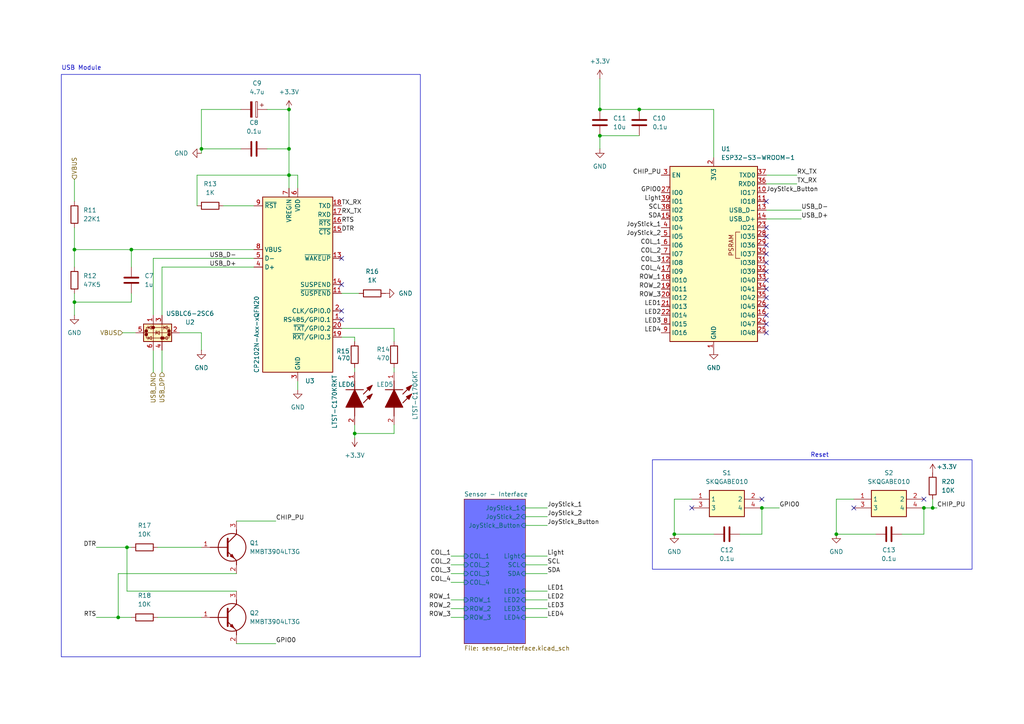
<source format=kicad_sch>
(kicad_sch (version 20250114) (generator "eeschema") (generator_version "9.0")
  (paper "A4")
  (title_block (title "Media-Macroboard - ESP32"))
  (lib_symbols
    (symbol "Device:C" (pin_numbers (hide yes)) (pin_names (offset 0.254))
      (property "Reference" "C" (at 0.635 2.54 0))
      (property "Value" "C" (at 0.635 -2.54 0))
      (symbol "C_0_1"
        (polyline (pts (xy -2.032 0.762) (xy 2.032 0.762)) (stroke (width 0.508)))
        (polyline (pts (xy -2.032 -0.762) (xy 2.032 -0.762)) (stroke (width 0.508)))
      )
      (symbol "C_1_1"
        (pin passive line (at 0 3.81 270) (length 2.794) (name "~") (number "1"))
        (pin passive line (at 0 -3.81 90) (length 2.794) (name "~") (number "2"))
      )
    )
    (symbol "Device:C_Polarized" (pin_numbers (hide yes)) (pin_names (offset 0.254))
      (property "Reference" "C" (at 0.635 2.54 0))
      (property "Value" "C_Polarized" (at 0.635 -2.54 0))
      (symbol "C_Polarized_0_1"
        (rectangle (start -2.286 0.508) (end 2.286 1.016))
        (polyline (pts (xy -1.778 2.286) (xy -0.762 2.286)))
        (polyline (pts (xy -1.27 2.794) (xy -1.27 1.778)))
        (rectangle (start 2.286 -0.508) (end -2.286 -1.016) (fill (type outline)))
      )
      (symbol "C_Polarized_1_1"
        (pin passive line (at 0 3.81 270) (length 2.794) (name "~") (number "1"))
        (pin passive line (at 0 -3.81 90) (length 2.794) (name "~") (number "2"))
      )
    )
    (symbol "Device:R" (pin_numbers (hide yes)) (pin_names (offset 0))
      (property "Reference" "R" (at 2.032 0 90))
      (property "Value" "R" (at 0 0 90))
      (symbol "R_0_1"
        (rectangle (start -1.016 -2.54) (end 1.016 2.54) (stroke (width 0.254)))
      )
      (symbol "R_1_1"
        (pin passive line (at 0 3.81 270) (length 1.27) (name "~") (number "1"))
        (pin passive line (at 0 -3.81 90) (length 1.27) (name "~") (number "2"))
      )
    )
    (symbol "Interface_USB:CP2102N-Axx-xQFN20"
      (property "Reference" "U" (at -8.89 26.67 0))
      (property "Value" "CP2102N-Axx-xQFN20" (at 12.7 26.67 0))
      (symbol "CP2102N-Axx-xQFN20_0_1"
        (rectangle (start -10.16 25.4) (end 10.16 -25.4) (stroke (width 0.254)) (fill (type background)))
      )
      (symbol "CP2102N-Axx-xQFN20_1_1"
        (pin input line (at -12.7 22.86 0) (length 2.54) (name "~{RST}") (number "9"))
        (pin input line (at -12.7 10.16 0) (length 2.54) (name "VBUS") (number "8"))
        (pin bidirectional line (at -12.7 7.62 0) (length 2.54) (name "D-") (number "5"))
        (pin bidirectional line (at -12.7 5.08 0) (length 2.54) (name "D+") (number "4"))
        (pin no_connect line (at -10.16 -22.86 0) (length 2.54) (hide yes) (name "NC") (number "10"))
        (pin power_in line (at -2.54 27.94 270) (length 2.54) (name "VREGIN") (number "7"))
        (pin power_in line (at 0 27.94 270) (length 2.54) (name "VDD") (number "6"))
        (pin passive line (at 0 -27.94 90) (length 2.54) (hide yes) (name "GND") (number "12"))
        (pin passive line (at 0 -27.94 90) (length 2.54) (hide yes) (name "GND") (number "21"))
        (pin power_in line (at 0 -27.94 90) (length 2.54) (name "GND") (number "3"))
        (pin output line (at 12.7 22.86 180) (length 2.54) (name "TXD") (number "18"))
        (pin input line (at 12.7 20.32 180) (length 2.54) (name "RXD") (number "17"))
        (pin output line (at 12.7 17.78 180) (length 2.54) (name "~{RTS}") (number "16"))
        (pin input line (at 12.7 15.24 180) (length 2.54) (name "~{CTS}") (number "15"))
        (pin input line (at 12.7 7.62 180) (length 2.54) (name "~{WAKEUP}") (number "13"))
        (pin output line (at 12.7 0 180) (length 2.54) (name "SUSPEND") (number "14"))
        (pin output line (at 12.7 -2.54 180) (length 2.54) (name "~{SUSPEND}") (number "11"))
        (pin bidirectional line (at 12.7 -7.62 180) (length 2.54) (name "CLK/GPIO.0") (number "2"))
        (pin bidirectional line (at 12.7 -10.16 180) (length 2.54) (name "RS485/GPIO.1") (number "1"))
        (pin bidirectional line (at 12.7 -12.7 180) (length 2.54) (name "~{TXT}/GPIO.2") (number "20"))
        (pin bidirectional line (at 12.7 -15.24 180) (length 2.54) (name "~{RXT}/GPIO.3") (number "19"))
      )
    )
    (symbol "LTST-C170GKT:LTST-C170GKT" (pin_names (hide yes))
      (property "Reference" "LED" (at 12.7 8.89 0))
      (property "Value" "LTST-C170GKT" (at 12.7 6.35 0))
      (symbol "LTST-C170GKT_1_1"
        (polyline (pts (xy 2.54 0) (xy 5.08 0)) (stroke (width 0.254)))
        (polyline (pts (xy 5.08 2.54) (xy 5.08 -2.54)) (stroke (width 0.254)))
        (polyline (pts (xy 5.08 0) (xy 10.16 2.54) (xy 10.16 -2.54) (xy 5.08 0)) (stroke (width 0.254)) (fill (type outline)))
        (polyline (pts (xy 5.334 4.318) (xy 4.572 3.556) (xy 3.81 5.08) (xy 5.334 4.318)) (stroke (width 0.254)) (fill (type outline)))
        (polyline (pts (xy 6.35 2.54) (xy 3.81 5.08)) (stroke (width 0.254)))
        (polyline (pts (xy 7.874 4.318) (xy 7.112 3.556) (xy 6.35 5.08) (xy 7.874 4.318)) (stroke (width 0.254)) (fill (type outline)))
        (polyline (pts (xy 8.89 2.54) (xy 6.35 5.08)) (stroke (width 0.254)))
        (polyline (pts (xy 10.16 0) (xy 12.7 0)) (stroke (width 0.254)))
        (pin passive line (at 0 0 0) (length 2.54) (name "K") (number "1"))
        (pin passive line (at 15.24 0 180) (length 2.54) (name "A") (number "2"))
      )
    )
    (symbol "LTST-C170KRKT:LTST-C170KRKT" (pin_names (hide yes))
      (property "Reference" "LED" (at 12.7 8.89 0))
      (property "Value" "LTST-C170KRKT" (at 12.7 6.35 0))
      (symbol "LTST-C170KRKT_1_1"
        (polyline (pts (xy 2.54 0) (xy 5.08 0)) (stroke (width 0.254)))
        (polyline (pts (xy 5.08 2.54) (xy 5.08 -2.54)) (stroke (width 0.254)))
        (polyline (pts (xy 5.08 0) (xy 10.16 2.54) (xy 10.16 -2.54) (xy 5.08 0)) (stroke (width 0.254)) (fill (type outline)))
        (polyline (pts (xy 5.334 4.318) (xy 4.572 3.556) (xy 3.81 5.08) (xy 5.334 4.318)) (stroke (width 0.254)) (fill (type outline)))
        (polyline (pts (xy 6.35 2.54) (xy 3.81 5.08)) (stroke (width 0.254)))
        (polyline (pts (xy 7.874 4.318) (xy 7.112 3.556) (xy 6.35 5.08) (xy 7.874 4.318)) (stroke (width 0.254)) (fill (type outline)))
        (polyline (pts (xy 8.89 2.54) (xy 6.35 5.08)) (stroke (width 0.254)))
        (polyline (pts (xy 10.16 0) (xy 12.7 0)) (stroke (width 0.254)))
        (pin passive line (at 0 0 0) (length 2.54) (name "K") (number "1"))
        (pin passive line (at 15.24 0 180) (length 2.54) (name "A") (number "2"))
      )
    )
    (symbol "MMBT3904LT3G:MMBT3904LT3G" (pin_names (hide yes))
      (property "Reference" "Q" (at 13.97 1.27 0))
      (property "Value" "MMBT3904LT3G" (at 13.97 -1.27 0))
      (symbol "MMBT3904LT3G_1_1"
        (polyline (pts (xy 2.54 0) (xy 7.62 0)) (stroke (width 0.254)))
        (polyline (pts (xy 7.62 2.54) (xy 7.62 -2.54)) (stroke (width 0.508)))
        (polyline (pts (xy 7.62 1.27) (xy 10.16 3.81)) (stroke (width 0.254)))
        (polyline (pts (xy 7.62 -1.27) (xy 10.16 -3.81)) (stroke (width 0.254)))
        (polyline (pts (xy 8.382 -2.54) (xy 8.89 -2.032) (xy 9.398 -3.048) (xy 8.382 -2.54)) (stroke (width 0.254)) (fill (type outline)))
        (circle (center 8.89 0) (radius 4.016) (stroke (width 0.254)))
        (polyline (pts (xy 10.16 3.81) (xy 10.16 5.08)) (stroke (width 0.254)))
        (polyline (pts (xy 10.16 -3.81) (xy 10.16 -5.08)) (stroke (width 0.254)))
        (pin passive line (at 0 0 0) (length 2.54) (name "B") (number "1"))
        (pin passive line (at 10.16 7.62 270) (length 2.54) (name "C") (number "3"))
        (pin passive line (at 10.16 -7.62 90) (length 2.54) (name "E") (number "2"))
      )
    )
    (symbol "Power_Protection:USBLC6-2SC6" (pin_names (hide yes))
      (property "Reference" "U" (at 0.635 5.715 0))
      (property "Value" "USBLC6-2SC6" (at 0.635 3.81 0))
      (symbol "USBLC6-2SC6_0_0"
        (circle (center -1.524 0) (radius 0.0001) (stroke (width 0.508)))
        (circle (center -0.508 2.032) (radius 0.0001) (stroke (width 0.508)))
        (circle (center -0.508 -4.572) (radius 0.0001) (stroke (width 0.508)))
        (circle (center 0.508 2.032) (radius 0.0001) (stroke (width 0.508)))
        (circle (center 0.508 -4.572) (radius 0.0001) (stroke (width 0.508)))
        (circle (center 1.524 -2.54) (radius 0.0001) (stroke (width 0.508)))
      )
      (symbol "USBLC6-2SC6_0_1"
        (polyline (pts (xy -2.54 0) (xy 2.54 0)))
        (polyline (pts (xy -2.54 -2.54) (xy 2.54 -2.54)))
        (polyline (pts (xy -2.032 0.508) (xy -1.016 0.508) (xy -1.524 1.524) (xy -2.032 0.508)))
        (polyline (pts (xy -2.032 -3.048) (xy -1.016 -3.048)))
        (polyline (pts (xy -1.016 1.524) (xy -2.032 1.524)))
        (polyline (pts (xy -1.016 -4.064) (xy -2.032 -4.064) (xy -1.524 -3.048) (xy -1.016 -4.064)))
        (polyline (pts (xy -0.508 -1.143) (xy -0.508 -0.762) (xy 0.508 -0.762)))
        (polyline (pts (xy 0 2.54) (xy -0.508 2.032) (xy 0.508 2.032) (xy 0 1.524) (xy 0 -4.064) (xy -0.508 -4.572) (xy 0.508 -4.572) (xy 0 -5.08)))
        (polyline (pts (xy 0.508 -1.778) (xy -0.508 -1.778) (xy 0 -0.762) (xy 0.508 -1.778)))
        (polyline (pts (xy 1.016 1.524) (xy 2.032 1.524)))
        (polyline (pts (xy 1.016 -3.048) (xy 2.032 -3.048)))
        (polyline (pts (xy 2.032 0.508) (xy 1.016 0.508) (xy 1.524 1.524) (xy 2.032 0.508)))
        (polyline (pts (xy 2.032 -4.064) (xy 1.016 -4.064) (xy 1.524 -3.048) (xy 2.032 -4.064)))
      )
      (symbol "USBLC6-2SC6_1_1"
        (rectangle (start -2.54 2.794) (end 2.54 -5.334) (stroke (width 0.254)) (fill (type background)))
        (polyline (pts (xy -0.508 2.032) (xy -1.524 2.032) (xy -1.524 -4.572) (xy -0.508 -4.572)))
        (polyline (pts (xy 0.508 -4.572) (xy 1.524 -4.572) (xy 1.524 2.032) (xy 0.508 2.032)))
        (pin passive line (at -5.08 0 0) (length 2.54) (name "I/O1") (number "1"))
        (pin passive line (at -5.08 -2.54 0) (length 2.54) (name "I/O2") (number "3"))
        (pin passive line (at 0 5.08 270) (length 2.54) (name "VBUS") (number "5"))
        (pin passive line (at 0 -7.62 90) (length 2.54) (name "GND") (number "2"))
        (pin passive line (at 5.08 0 180) (length 2.54) (name "I/O1") (number "6"))
        (pin passive line (at 5.08 -2.54 180) (length 2.54) (name "I/O2") (number "4"))
      )
    )
    (symbol "RF_Module:ESP32-S3-WROOM-1"
      (property "Reference" "U" (at -12.7 26.67 0))
      (property "Value" "ESP32-S3-WROOM-1" (at 12.7 26.67 0))
      (symbol "ESP32-S3-WROOM-1_0_0"
        (rectangle (start -12.7 25.4) (end 12.7 -25.4) (stroke (width 0.254)) (fill (type background)))
        (text "PSRAM" (at 5.08 2.54 900) (effects (font (size 1.27 1.27))))
      )
      (symbol "ESP32-S3-WROOM-1_0_1"
        (polyline (pts (xy 7.62 -1.27) (xy 6.35 -1.27) (xy 6.35 6.35) (xy 7.62 6.35)))
      )
      (symbol "ESP32-S3-WROOM-1_1_1"
        (pin input line (at -15.24 22.86 0) (length 2.54) (name "EN") (number "3"))
        (pin bidirectional line (at -15.24 17.78 0) (length 2.54) (name "IO0") (number "27"))
        (pin bidirectional line (at -15.24 15.24 0) (length 2.54) (name "IO1") (number "39"))
        (pin bidirectional line (at -15.24 12.7 0) (length 2.54) (name "IO2") (number "38"))
        (pin bidirectional line (at -15.24 10.16 0) (length 2.54) (name "IO3") (number "15"))
        (pin bidirectional line (at -15.24 7.62 0) (length 2.54) (name "IO4") (number "4"))
        (pin bidirectional line (at -15.24 5.08 0) (length 2.54) (name "IO5") (number "5"))
        (pin bidirectional line (at -15.24 2.54 0) (length 2.54) (name "IO6") (number "6"))
        (pin bidirectional line (at -15.24 0 0) (length 2.54) (name "IO7") (number "7"))
        (pin bidirectional line (at -15.24 -2.54 0) (length 2.54) (name "IO8") (number "12"))
        (pin bidirectional line (at -15.24 -5.08 0) (length 2.54) (name "IO9") (number "17"))
        (pin bidirectional line (at -15.24 -7.62 0) (length 2.54) (name "IO10") (number "18"))
        (pin bidirectional line (at -15.24 -10.16 0) (length 2.54) (name "IO11") (number "19"))
        (pin bidirectional line (at -15.24 -12.7 0) (length 2.54) (name "IO12") (number "20"))
        (pin bidirectional line (at -15.24 -15.24 0) (length 2.54) (name "IO13") (number "21"))
        (pin bidirectional line (at -15.24 -17.78 0) (length 2.54) (name "IO14") (number "22"))
        (pin bidirectional line (at -15.24 -20.32 0) (length 2.54) (name "IO15") (number "8"))
        (pin bidirectional line (at -15.24 -22.86 0) (length 2.54) (name "IO16") (number "9"))
        (pin power_in line (at 0 27.94 270) (length 2.54) (name "3V3") (number "2"))
        (pin power_in line (at 0 -27.94 90) (length 2.54) (name "GND") (number "1"))
        (pin passive line (at 0 -27.94 90) (length 2.54) (hide yes) (name "GND") (number "40"))
        (pin passive line (at 0 -27.94 90) (length 2.54) (hide yes) (name "GND") (number "41"))
        (pin bidirectional line (at 15.24 22.86 180) (length 2.54) (name "TXD0") (number "37"))
        (pin bidirectional line (at 15.24 20.32 180) (length 2.54) (name "RXD0") (number "36"))
        (pin bidirectional line (at 15.24 17.78 180) (length 2.54) (name "IO17") (number "10"))
        (pin bidirectional line (at 15.24 15.24 180) (length 2.54) (name "IO18") (number "11"))
        (pin bidirectional line (at 15.24 12.7 180) (length 2.54) (name "USB_D-") (number "13"))
        (pin bidirectional line (at 15.24 10.16 180) (length 2.54) (name "USB_D+") (number "14"))
        (pin bidirectional line (at 15.24 7.62 180) (length 2.54) (name "IO21") (number "23"))
        (pin bidirectional line (at 15.24 5.08 180) (length 2.54) (name "IO35") (number "28"))
        (pin bidirectional line (at 15.24 2.54 180) (length 2.54) (name "IO36") (number "29"))
        (pin bidirectional line (at 15.24 0 180) (length 2.54) (name "IO37") (number "30"))
        (pin bidirectional line (at 15.24 -2.54 180) (length 2.54) (name "IO38") (number "31"))
        (pin bidirectional line (at 15.24 -5.08 180) (length 2.54) (name "IO39") (number "32"))
        (pin bidirectional line (at 15.24 -7.62 180) (length 2.54) (name "IO40") (number "33"))
        (pin bidirectional line (at 15.24 -10.16 180) (length 2.54) (name "IO41") (number "34"))
        (pin bidirectional line (at 15.24 -12.7 180) (length 2.54) (name "IO42") (number "35"))
        (pin bidirectional line (at 15.24 -15.24 180) (length 2.54) (name "IO45") (number "26"))
        (pin bidirectional line (at 15.24 -17.78 180) (length 2.54) (name "IO46") (number "16"))
        (pin bidirectional line (at 15.24 -20.32 180) (length 2.54) (name "IO47") (number "24"))
        (pin bidirectional line (at 15.24 -22.86 180) (length 2.54) (name "IO48") (number "25"))
      )
    )
    (symbol "SKQGABE010:SKQGABE010"
      (property "Reference" "S" (at 16.51 7.62 0))
      (property "Value" "SKQGABE010" (at 16.51 5.08 0))
      (symbol "SKQGABE010_1_1"
        (rectangle (start 5.08 2.54) (end 15.24 -5.08) (stroke (width 0.254)) (fill (type background)))
        (pin passive line (at 0 0 0) (length 5.08) (name "1") (number "1"))
        (pin passive line (at 0 -2.54 0) (length 5.08) (name "3") (number "3"))
        (pin passive line (at 20.32 0 180) (length 5.08) (name "2") (number "2"))
        (pin passive line (at 20.32 -2.54 180) (length 5.08) (name "4") (number "4"))
      )
    )
    (symbol "power:+3.3V" (power) (pin_numbers (hide yes)) (pin_names (offset 0) (hide yes))
      (property "Value" "+3.3V" (at 0 3.556 0))
      (symbol "+3.3V_0_1"
        (polyline (pts (xy -0.762 1.27) (xy 0 2.54)))
        (polyline (pts (xy 0 2.54) (xy 0.762 1.27)))
        (polyline (pts (xy 0 0) (xy 0 2.54)))
      )
      (symbol "+3.3V_1_1"
        (pin power_in line (at 0 0 90) (length 0) (name "~") (number "1"))
      )
    )
    (symbol "power:GND" (power) (pin_numbers (hide yes)) (pin_names (offset 0) (hide yes))
      (property "Value" "GND" (at 0 -3.81 0))
      (symbol "GND_0_1"
        (polyline (pts (xy 0 0) (xy 0 -1.27) (xy 1.27 -1.27) (xy 0 -2.54) (xy -1.27 -1.27) (xy 0 -1.27)))
      )
      (symbol "GND_1_1"
        (pin power_in line (at 0 0 270) (length 0) (name "~") (number "1"))
      )
    )
  )
  (rectangle (start 17.78 21.59) (end 121.92 190.5))
  (rectangle (start 189.23 133.35) (end 281.94 165.1))
  (text "Reset" (at 237.744 132.08 0) (effects (font (size 1.27 1.27))))
  (text "USB Module\n" (at 23.622 19.812 0) (effects (font (size 1.27 1.27))))
  (junction (at 36.83 158.75))
  (junction (at 267.97 147.32))
  (junction (at 173.99 39.37))
  (junction (at 58.42 43.18))
  (junction (at 38.1 72.39))
  (junction (at 102.87 125.73))
  (junction (at 242.57 154.94))
  (junction (at 185.42 31.75))
  (junction (at 220.98 147.32))
  (junction (at 270.51 147.32))
  (junction (at 83.82 43.18))
  (junction (at 34.29 179.07))
  (junction (at 195.58 154.94))
  (junction (at 21.59 87.63))
  (junction (at 21.59 72.39))
  (junction (at 173.99 31.75))
  (junction (at 83.82 50.8))
  (junction (at 83.82 31.75))
  (no_connect (at 267.97 144.78))
  (no_connect (at 99.06 90.17))
  (no_connect (at 99.06 82.55))
  (no_connect (at 222.25 81.28))
  (no_connect (at 222.25 96.52))
  (no_connect (at 222.25 66.04))
  (no_connect (at 222.25 73.66))
  (no_connect (at 222.25 58.42))
  (no_connect (at 222.25 71.12))
  (no_connect (at 222.25 76.2))
  (no_connect (at 99.06 92.71))
  (no_connect (at 222.25 68.58))
  (no_connect (at 222.25 93.98))
  (no_connect (at 220.98 144.78))
  (no_connect (at 247.65 147.32))
  (no_connect (at 99.06 74.93))
  (no_connect (at 222.25 83.82))
  (no_connect (at 222.25 78.74))
  (no_connect (at 222.25 86.36))
  (no_connect (at 222.25 91.44))
  (no_connect (at 222.25 88.9))
  (no_connect (at 200.66 147.32))
  (wire (pts (xy 57.15 59.69) (xy 57.15 50.8)))
  (wire (pts (xy 242.57 154.94) (xy 254 154.94)))
  (wire (pts (xy 64.77 59.69) (xy 73.66 59.69)))
  (wire (pts (xy 36.83 171.45) (xy 36.83 158.75)))
  (wire (pts (xy 38.1 87.63) (xy 21.59 87.63)))
  (wire (pts (xy 46.99 77.47) (xy 73.66 77.47)))
  (wire (pts (xy 99.06 97.79) (xy 102.87 97.79)))
  (wire (pts (xy 195.58 154.94) (xy 207.01 154.94)))
  (wire (pts (xy 21.59 66.04) (xy 21.59 72.39)))
  (wire (pts (xy 130.81 168.91) (xy 134.62 168.91)))
  (wire (pts (xy 38.1 72.39) (xy 38.1 77.47)))
  (wire (pts (xy 44.45 74.93) (xy 73.66 74.93)))
  (wire (pts (xy 152.4 179.07) (xy 158.75 179.07)))
  (wire (pts (xy 152.4 152.4) (xy 158.75 152.4)))
  (wire (pts (xy 207.01 31.75) (xy 185.42 31.75)))
  (wire (pts (xy 44.45 91.44) (xy 44.45 74.93)))
  (wire (pts (xy 152.4 149.86) (xy 158.75 149.86)))
  (wire (pts (xy 69.85 31.75) (xy 58.42 31.75)))
  (wire (pts (xy 83.82 31.75) (xy 83.82 43.18)))
  (wire (pts (xy 222.25 53.34) (xy 231.14 53.34)))
  (wire (pts (xy 68.58 171.45) (xy 36.83 171.45)))
  (wire (pts (xy 35.56 96.52) (xy 39.37 96.52)))
  (wire (pts (xy 220.98 147.32) (xy 220.98 154.94)))
  (wire (pts (xy 86.36 50.8) (xy 83.82 50.8)))
  (wire (pts (xy 114.3 125.73) (xy 102.87 125.73)))
  (wire (pts (xy 173.99 22.86) (xy 173.99 31.75)))
  (wire (pts (xy 130.81 161.29) (xy 134.62 161.29)))
  (wire (pts (xy 267.97 154.94) (xy 261.62 154.94)))
  (wire (pts (xy 46.99 91.44) (xy 46.99 77.47)))
  (wire (pts (xy 102.87 106.68) (xy 102.87 107.95)))
  (wire (pts (xy 152.4 163.83) (xy 158.75 163.83)))
  (wire (pts (xy 86.36 110.49) (xy 86.36 113.03)))
  (wire (pts (xy 130.81 176.53) (xy 134.62 176.53)))
  (wire (pts (xy 77.47 31.75) (xy 83.82 31.75)))
  (wire (pts (xy 83.82 50.8) (xy 83.82 54.61)))
  (wire (pts (xy 102.87 123.19) (xy 102.87 125.73)))
  (wire (pts (xy 152.4 171.45) (xy 158.75 171.45)))
  (wire (pts (xy 242.57 144.78) (xy 247.65 144.78)))
  (wire (pts (xy 270.51 144.78) (xy 270.51 147.32)))
  (wire (pts (xy 267.97 147.32) (xy 267.97 154.94)))
  (wire (pts (xy 77.47 43.18) (xy 83.82 43.18)))
  (wire (pts (xy 207.01 45.72) (xy 207.01 31.75)))
  (wire (pts (xy 21.59 72.39) (xy 21.59 77.47)))
  (wire (pts (xy 86.36 54.61) (xy 86.36 50.8)))
  (wire (pts (xy 267.97 147.32) (xy 270.51 147.32)))
  (wire (pts (xy 68.58 151.13) (xy 80.01 151.13)))
  (wire (pts (xy 114.3 123.19) (xy 114.3 125.73)))
  (wire (pts (xy 114.3 106.68) (xy 114.3 107.95)))
  (wire (pts (xy 152.4 166.37) (xy 158.75 166.37)))
  (wire (pts (xy 99.06 85.09) (xy 104.14 85.09)))
  (wire (pts (xy 46.99 101.6) (xy 46.99 107.95)))
  (wire (pts (xy 45.72 158.75) (xy 58.42 158.75)))
  (wire (pts (xy 152.4 161.29) (xy 158.75 161.29)))
  (wire (pts (xy 222.25 63.5) (xy 232.41 63.5)))
  (wire (pts (xy 21.59 72.39) (xy 38.1 72.39)))
  (wire (pts (xy 195.58 144.78) (xy 200.66 144.78)))
  (wire (pts (xy 44.45 101.6) (xy 44.45 107.95)))
  (wire (pts (xy 83.82 43.18) (xy 83.82 50.8)))
  (wire (pts (xy 34.29 166.37) (xy 34.29 179.07)))
  (wire (pts (xy 102.87 125.73) (xy 102.87 127)))
  (wire (pts (xy 185.42 39.37) (xy 173.99 39.37)))
  (wire (pts (xy 68.58 166.37) (xy 34.29 166.37)))
  (wire (pts (xy 102.87 97.79) (xy 102.87 99.06)))
  (wire (pts (xy 36.83 158.75) (xy 38.1 158.75)))
  (wire (pts (xy 58.42 43.18) (xy 58.42 44.45)))
  (wire (pts (xy 130.81 163.83) (xy 134.62 163.83)))
  (wire (pts (xy 152.4 173.99) (xy 158.75 173.99)))
  (wire (pts (xy 152.4 147.32) (xy 158.75 147.32)))
  (wire (pts (xy 34.29 179.07) (xy 38.1 179.07)))
  (wire (pts (xy 68.58 186.69) (xy 80.01 186.69)))
  (wire (pts (xy 220.98 147.32) (xy 226.06 147.32)))
  (wire (pts (xy 27.94 179.07) (xy 34.29 179.07)))
  (wire (pts (xy 114.3 95.25) (xy 114.3 99.06)))
  (wire (pts (xy 21.59 91.44) (xy 21.59 87.63)))
  (wire (pts (xy 21.59 87.63) (xy 21.59 85.09)))
  (wire (pts (xy 130.81 166.37) (xy 134.62 166.37)))
  (wire (pts (xy 152.4 176.53) (xy 158.75 176.53)))
  (wire (pts (xy 130.81 173.99) (xy 134.62 173.99)))
  (wire (pts (xy 222.25 50.8) (xy 231.14 50.8)))
  (wire (pts (xy 130.81 179.07) (xy 134.62 179.07)))
  (wire (pts (xy 99.06 95.25) (xy 114.3 95.25)))
  (wire (pts (xy 270.51 147.32) (xy 271.78 147.32)))
  (wire (pts (xy 195.58 154.94) (xy 195.58 144.78)))
  (wire (pts (xy 21.59 52.07) (xy 21.59 58.42)))
  (wire (pts (xy 38.1 72.39) (xy 73.66 72.39)))
  (wire (pts (xy 242.57 154.94) (xy 242.57 144.78)))
  (wire (pts (xy 27.94 158.75) (xy 36.83 158.75)))
  (wire (pts (xy 220.98 154.94) (xy 214.63 154.94)))
  (wire (pts (xy 173.99 31.75) (xy 185.42 31.75)))
  (wire (pts (xy 69.85 43.18) (xy 58.42 43.18)))
  (wire (pts (xy 222.25 60.96) (xy 232.41 60.96)))
  (wire (pts (xy 173.99 39.37) (xy 173.99 43.18)))
  (wire (pts (xy 38.1 85.09) (xy 38.1 87.63)))
  (wire (pts (xy 57.15 50.8) (xy 83.82 50.8)))
  (wire (pts (xy 45.72 179.07) (xy 58.42 179.07)))
  (wire (pts (xy 52.07 96.52) (xy 58.42 96.52)))
  (wire (pts (xy 58.42 96.52) (xy 58.42 101.6)))
  (wire (pts (xy 58.42 31.75) (xy 58.42 43.18)))
  (label "ROW_2" (at 130.81 176.53 180))
  (label "JoyStick_2" (at 158.75 149.86 0))
  (label "TX_RX" (at 99.06 59.69 0))
  (label "RTS" (at 99.06 64.77 0))
  (label "LED3" (at 191.77 93.98 180))
  (label "ROW_3" (at 191.77 86.36 180))
  (label "COL_2" (at 191.77 73.66 180))
  (label "COL_1" (at 191.77 71.12 180))
  (label "GPIO0" (at 226.06 147.32 0))
  (label "ROW_3" (at 130.81 179.07 180))
  (label "COL_4" (at 130.81 168.91 180))
  (label "Light" (at 191.77 58.42 180))
  (label "CHIP_PU" (at 80.01 151.13 0))
  (label "DTR" (at 99.06 67.31 0))
  (label "LED1" (at 191.77 88.9 180))
  (label "COL_3" (at 130.81 166.37 180))
  (label "LED3" (at 158.75 176.53 0))
  (label "RTS" (at 27.94 179.07 180))
  (label "RX_TX" (at 231.14 50.8 0))
  (label "CHIP_PU" (at 191.77 50.8 180))
  (label "COL_4" (at 191.77 78.74 180))
  (label "LED1" (at 158.75 171.45 0))
  (label "SDA" (at 191.77 63.5 180))
  (label "USB_D-" (at 68.58 74.93 180))
  (label "SCL" (at 191.77 60.96 180))
  (label "JoyStick_Button" (at 158.75 152.4 0))
  (label "LED4" (at 158.75 179.07 0))
  (label "ROW_1" (at 191.77 81.28 180))
  (label "CHIP_PU" (at 271.78 147.32 0))
  (label "USB_D+" (at 68.58 77.47 180))
  (label "JoyStick_1" (at 191.77 66.04 180))
  (label "SDA" (at 158.75 166.37 0))
  (label "JoyStick_2" (at 191.77 68.58 180))
  (label "Light" (at 158.75 161.29 0))
  (label "JoyStick_1" (at 158.75 147.32 0))
  (label "JoyStick_Button" (at 222.25 55.88 0))
  (label "LED2" (at 158.75 173.99 0))
  (label "SCL" (at 158.75 163.83 0))
  (label "GPIO0" (at 80.01 186.69 0))
  (label "ROW_1" (at 130.81 173.99 180))
  (label "GPIO0" (at 191.77 55.88 180))
  (label "USB_D-" (at 232.41 60.96 0))
  (label "COL_3" (at 191.77 76.2 180))
  (label "COL_1" (at 130.81 161.29 180))
  (label "DTR" (at 27.94 158.75 180))
  (label "ROW_2" (at 191.77 83.82 180))
  (label "TX_RX" (at 231.14 53.34 0))
  (label "USB_D+" (at 232.41 63.5 0))
  (label "LED4" (at 191.77 96.52 180))
  (label "COL_2" (at 130.81 163.83 180))
  (label "LED2" (at 191.77 91.44 180))
  (label "RX_TX" (at 99.06 62.23 0))
  (hierarchical_label "USB_DP" (shape input) (at 46.99 107.95 270))
  (hierarchical_label "USB_DN" (shape input) (at 44.45 107.95 270))
  (hierarchical_label "VBUS" (shape input) (at 35.56 96.52 180))
  (hierarchical_label "VBUS" (shape input) (at 21.59 52.07 90))
  (symbol (lib_id "Device:C") (at 38.1 81.28 0) (unit 1)
    (property "Reference" "C7" (at 41.91 80.0099 0) (effects (justify left)))
    (property "Value" "1u" (at 41.91 82.5499 0) (effects (justify left)))
    (property "Footprint" "Capacitor_SMD:C_0805_2012Metric_Pad1.18x1.45mm_HandSolder" (effects (hide yes)))
    (property "Description" "Unpolarized capacitor" (effects (hide yes)))
  )
  (symbol (lib_id "Device:C") (at 257.81 154.94 270) (unit 1)
    (property "Reference" "C13" (at 257.81 159.512 90))
    (property "Value" "0.1u" (at 257.81 162.052 90))
    (property "Footprint" "Capacitor_SMD:C_0805_2012Metric_Pad1.18x1.45mm_HandSolder" (effects (hide yes)))
    (property "Description" "Unpolarized capacitor" (effects (hide yes)))
  )
  (symbol (lib_id "Device:C") (at 173.99 35.56 0) (unit 1)
    (property "Reference" "C11" (at 177.8 34.2899 0) (effects (justify left)))
    (property "Value" "10u" (at 177.8 36.8299 0) (effects (justify left)))
    (property "Footprint" "Capacitor_SMD:C_0805_2012Metric_Pad1.18x1.45mm_HandSolder" (effects (hide yes)))
    (property "Description" "Unpolarized capacitor" (effects (hide yes)))
  )
  (symbol (lib_id "power:GND") (at 21.59 91.44 0) (unit 1)
    (property "Reference" "#PWR019" (effects (hide yes)))
    (property "Value" "GND" (at 21.59 96.52 0))
    (property "Description" "Power symbol creates a global label with name \"GND\" , ground" (effects (hide yes)))
  )
  (symbol (lib_id "LTST-C170GKT:LTST-C170GKT") (at 114.3 107.95 270) (unit 1)
    (property "Reference" "LED5" (at 109.22 111.506 90) (effects (justify left)))
    (property "Value" "LTST-C170GKT" (at 120.396 107.442 0) (effects (justify left)))
    (property "Footprint" "Footprints:LEDC2012X120N" (effects (hide yes)))
    (property "Datasheet" "https://mm.digikey.com/Volume0/opasdata/d220001/medias/docus/895/LTST-C170GKT.pdf" (effects (hide yes)))
    (property "Description" "LED,SMD,0805,Green,6mcd,130deg Lite-On LTST-C170GKT, CHIPLED 0805 Series Green LED, 569 nm 2012 (0805), Rectangle Lens SMD package" (effects (hide yes)))
    (property "Height" "1.2" (effects (hide yes)))
    (property "Mouser Part Number" "859-LTST-C170GKT" (effects (hide yes)))
    (property "Mouser Price/Stock" "https://www.mouser.co.uk/ProductDetail/Lite-On/LTST-C170GKT?qs=%2FSqKn2EfXQSV5aRij3YIfQ%3D%3D" (effects (hide yes)))
    (property "Manufacturer_Name" "Lite-On" (effects (hide yes)))
    (property "Manufacturer_Part_Number" "LTST-C170GKT" (effects (hide yes)))
  )
  (symbol (lib_id "SKQGABE010:SKQGABE010") (at 247.65 144.78 0) (unit 1)
    (property "Reference" "S2" (at 257.81 137.16 0))
    (property "Value" "SKQGABE010" (at 257.81 139.7 0))
    (property "Footprint" "Footprints:SKQGAKE010" (effects (hide yes)))
    (property "Datasheet" "http://www.alps.com/prod/info/E/HTML/Tact/SurfaceMount/SKQG/SKQGABE010.html" (effects (hide yes)))
    (property "Description" "Tact switch,SMT,SPST,with stem,1.57N o/f Stem Tactile Switch, SPST-NO 50 mA 1.5mm" (effects (hide yes)))
    (property "Mouser Part Number" "688-SKQGAB" (effects (hide yes)))
    (property "Mouser Price/Stock" "https://www.mouser.co.uk/ProductDetail/Alps-Alpine/SKQGABE010?qs=N5Jky1br14NGdH0AMYxewQ%3D%3D" (effects (hide yes)))
    (property "Manufacturer_Name" "ALPS Electric" (effects (hide yes)))
    (property "Manufacturer_Part_Number" "SKQGABE010" (effects (hide yes)))
  )
  (symbol (lib_id "Device:R") (at 270.51 140.97 0) (unit 1)
    (property "Reference" "R20" (at 273.05 139.6999 0) (effects (justify left)))
    (property "Value" "10K" (at 273.05 142.2399 0) (effects (justify left)))
    (property "Footprint" "Resistor_SMD:R_0805_2012Metric_Pad1.20x1.40mm_HandSolder" (effects (hide yes)))
    (property "Description" "Resistor" (effects (hide yes)))
  )
  (symbol (lib_id "Device:C") (at 73.66 43.18 90) (unit 1)
    (property "Reference" "C8" (at 73.66 35.56 90))
    (property "Value" "0.1u" (at 73.66 38.1 90))
    (property "Footprint" "Capacitor_SMD:C_0805_2012Metric_Pad1.18x1.45mm_HandSolder" (effects (hide yes)))
    (property "Description" "Unpolarized capacitor" (effects (hide yes)))
  )
  (symbol (lib_id "Device:R") (at 60.96 59.69 90) (unit 1)
    (property "Reference" "R13" (at 60.96 53.34 90))
    (property "Value" "1K" (at 60.96 55.88 90))
    (property "Footprint" "Resistor_SMD:R_0805_2012Metric_Pad1.20x1.40mm_HandSolder" (effects (hide yes)))
    (property "Description" "Resistor" (effects (hide yes)))
  )
  (symbol (lib_id "Device:R") (at 41.91 179.07 90) (unit 1)
    (property "Reference" "R18" (at 41.91 172.72 90))
    (property "Value" "10K" (at 41.91 175.26 90))
    (property "Footprint" "Resistor_SMD:R_0805_2012Metric_Pad1.20x1.40mm_HandSolder" (effects (hide yes)))
    (property "Description" "Resistor" (effects (hide yes)))
  )
  (symbol (lib_id "power:GND") (at 195.58 154.94 0) (unit 1)
    (property "Reference" "#PWR028" (effects (hide yes)))
    (property "Value" "GND" (at 195.58 160.02 0))
    (property "Description" "Power symbol creates a global label with name \"GND\" , ground" (effects (hide yes)))
  )
  (symbol (lib_id "power:GND") (at 111.76 85.09 90) (unit 1)
    (property "Reference" "#PWR024" (effects (hide yes)))
    (property "Value" "GND" (at 115.57 85.0899 90) (effects (justify right)))
    (property "Description" "Power symbol creates a global label with name \"GND\" , ground" (effects (hide yes)))
  )
  (symbol (lib_id "power:GND") (at 207.01 101.6 0) (unit 1)
    (property "Reference" "#PWR025" (effects (hide yes)))
    (property "Value" "GND" (at 207.01 106.68 0))
    (property "Description" "Power symbol creates a global label with name \"GND\" , ground" (effects (hide yes)))
  )
  (symbol (lib_id "power:+3.3V") (at 173.99 22.86 0) (unit 1)
    (property "Reference" "#PWR026" (effects (hide yes)))
    (property "Value" "+3.3V" (at 173.99 17.78 0))
    (property "Description" "Power symbol creates a global label with name \"+3.3V\"" (effects (hide yes)))
  )
  (symbol (lib_id "LTST-C170KRKT:LTST-C170KRKT") (at 102.87 107.95 270) (unit 1)
    (property "Reference" "LED6" (at 98.044 111.506 90) (effects (justify left)))
    (property "Value" "LTST-C170KRKT" (at 97.028 108.712 0) (effects (justify left)))
    (property "Footprint" "Footprints:LEDC2012X120N" (effects (hide yes)))
    (property "Datasheet" "https://componentsearchengine.com/Datasheets/1/LTST-C170KRKT.pdf" (effects (hide yes)))
    (property "Description" "Standard LEDs - SMD Red Clear 631nm" (effects (hide yes)))
    (property "Height" "1.2" (effects (hide yes)))
    (property "Mouser Part Number" "859-LTST-C170KRKT" (effects (hide yes)))
    (property "Mouser Price/Stock" "https://www.mouser.co.uk/ProductDetail/Lite-On/LTST-C170KRKT?qs=NUb82WqeCyrVOID%2Fxt4rgA%3D%3D" (effects (hide yes)))
    (property "Manufacturer_Name" "Lite-On" (effects (hide yes)))
    (property "Manufacturer_Part_Number" "LTST-C170KRKT" (effects (hide yes)))
  )
  (symbol (lib_id "MMBT3904LT3G:MMBT3904LT3G") (at 58.42 158.75 0) (unit 1)
    (property "Reference" "Q1" (at 72.39 157.4799 0) (effects (justify left)))
    (property "Value" "MMBT3904LT3G" (at 72.39 160.0199 0) (effects (justify left)))
    (property "Footprint" "Footprints:SOT96P237X111-3N" (effects (hide yes)))
    (property "Datasheet" "https://www.onsemi.com/pub/Collateral/MMBT3904LT1-D.PDF" (effects (hide yes)))
    (property "Description" "These Devices are Pb-Free, Halogen Free/BFR Free and are RoHS Compliant; S Prefix for Automotive and Other Applications Requiring Unique Site and Control Change Requirements; AEC-Q101 Qualified and PPAP Capable" (effects (hide yes)))
    (property "Height" "1.11" (effects (hide yes)))
    (property "Mouser Part Number" "863-MMBT3904LT3G" (effects (hide yes)))
    (property "Mouser Price/Stock" "https://www.mouser.co.uk/ProductDetail/onsemi/MMBT3904LT3G?qs=HVbQlW5zcXUpjKhCMxE5QQ%3D%3D" (effects (hide yes)))
    (property "Manufacturer_Name" "onsemi" (effects (hide yes)))
    (property "Manufacturer_Part_Number" "MMBT3904LT3G" (effects (hide yes)))
  )
  (symbol (lib_id "Device:R") (at 107.95 85.09 90) (unit 1)
    (property "Reference" "R16" (at 107.95 78.74 90))
    (property "Value" "1K" (at 107.95 81.28 90))
    (property "Footprint" "Resistor_SMD:R_0805_2012Metric_Pad1.20x1.40mm_HandSolder" (effects (hide yes)))
    (property "Description" "Resistor" (effects (hide yes)))
  )
  (symbol (lib_id "Interface_USB:CP2102N-Axx-xQFN20") (at 86.36 82.55 0) (unit 1)
    (property "Reference" "U3" (at 88.5033 110.49 0) (effects (justify left)))
    (property "Value" "CP2102N-Axx-xQFN20" (at 74.422 108.204 90) (effects (justify left)))
    (property "Footprint" "Footprints:CP2102NA02GQFN20" (effects (hide yes)))
    (property "Datasheet" "https://www.silabs.com/documents/public/data-sheets/cp2102n-datasheet.pdf" (effects (hide yes)))
    (property "Description" "USB to UART master bridge, QFN-20" (effects (hide yes)))
  )
  (symbol (lib_id "power:+3.3V") (at 270.51 137.16 0) (unit 1)
    (property "Reference" "#PWR031" (effects (hide yes)))
    (property "Value" "+3.3V" (at 274.574 135.382 0))
    (property "Description" "Power symbol creates a global label with name \"+3.3V\"" (effects (hide yes)))
  )
  (symbol (lib_id "MMBT3904LT3G:MMBT3904LT3G") (at 58.42 179.07 0) (unit 1)
    (property "Reference" "Q2" (at 72.39 177.7999 0) (effects (justify left)))
    (property "Value" "MMBT3904LT3G" (at 72.39 180.3399 0) (effects (justify left)))
    (property "Footprint" "Footprints:SOT96P237X111-3N" (effects (hide yes)))
    (property "Datasheet" "https://www.onsemi.com/pub/Collateral/MMBT3904LT1-D.PDF" (effects (hide yes)))
    (property "Description" "These Devices are Pb-Free, Halogen Free/BFR Free and are RoHS Compliant; S Prefix for Automotive and Other Applications Requiring Unique Site and Control Change Requirements; AEC-Q101 Qualified and PPAP Capable" (effects (hide yes)))
    (property "Height" "1.11" (effects (hide yes)))
    (property "Mouser Part Number" "863-MMBT3904LT3G" (effects (hide yes)))
    (property "Mouser Price/Stock" "https://www.mouser.co.uk/ProductDetail/onsemi/MMBT3904LT3G?qs=HVbQlW5zcXUpjKhCMxE5QQ%3D%3D" (effects (hide yes)))
    (property "Manufacturer_Name" "onsemi" (effects (hide yes)))
    (property "Manufacturer_Part_Number" "MMBT3904LT3G" (effects (hide yes)))
  )
  (symbol (lib_id "SKQGABE010:SKQGABE010") (at 200.66 144.78 0) (unit 1)
    (property "Reference" "S1" (at 210.82 137.16 0))
    (property "Value" "SKQGABE010" (at 210.82 139.7 0))
    (property "Footprint" "Footprints:SKQGAKE010" (effects (hide yes)))
    (property "Datasheet" "http://www.alps.com/prod/info/E/HTML/Tact/SurfaceMount/SKQG/SKQGABE010.html" (effects (hide yes)))
    (property "Description" "Tact switch,SMT,SPST,with stem,1.57N o/f Stem Tactile Switch, SPST-NO 50 mA 1.5mm" (effects (hide yes)))
    (property "Mouser Part Number" "688-SKQGAB" (effects (hide yes)))
    (property "Mouser Price/Stock" "https://www.mouser.co.uk/ProductDetail/Alps-Alpine/SKQGABE010?qs=N5Jky1br14NGdH0AMYxewQ%3D%3D" (effects (hide yes)))
    (property "Manufacturer_Name" "ALPS Electric" (effects (hide yes)))
    (property "Manufacturer_Part_Number" "SKQGABE010" (effects (hide yes)))
  )
  (symbol (lib_id "Device:R") (at 21.59 62.23 0) (unit 1)
    (property "Reference" "R11" (at 24.13 60.9599 0) (effects (justify left)))
    (property "Value" "22K1" (at 24.13 63.4999 0) (effects (justify left)))
    (property "Footprint" "Resistor_SMD:R_0805_2012Metric_Pad1.20x1.40mm_HandSolder" (effects (hide yes)))
    (property "Description" "Resistor" (effects (hide yes)))
  )
  (symbol (lib_id "power:GND") (at 242.57 154.94 0) (unit 1)
    (property "Reference" "#PWR029" (effects (hide yes)))
    (property "Value" "GND" (at 242.57 160.02 0))
    (property "Description" "Power symbol creates a global label with name \"GND\" , ground" (effects (hide yes)))
  )
  (symbol (lib_id "Device:C") (at 185.42 35.56 0) (unit 1)
    (property "Reference" "C10" (at 189.23 34.2899 0) (effects (justify left)))
    (property "Value" "0.1u" (at 189.23 36.8299 0) (effects (justify left)))
    (property "Footprint" "Capacitor_SMD:C_0805_2012Metric_Pad1.18x1.45mm_HandSolder" (effects (hide yes)))
    (property "Description" "Unpolarized capacitor" (effects (hide yes)))
  )
  (symbol (lib_id "Device:R") (at 114.3 102.87 0) (unit 1)
    (property "Reference" "R14" (at 109.22 101.346 0) (effects (justify left)))
    (property "Value" "470" (at 109.22 103.886 0) (effects (justify left)))
    (property "Footprint" "Resistor_SMD:R_0805_2012Metric_Pad1.20x1.40mm_HandSolder" (effects (hide yes)))
    (property "Description" "Resistor" (effects (hide yes)))
  )
  (symbol (lib_id "Power_Protection:USBLC6-2SC6") (at 44.45 96.52 90) (mirror x) (unit 1)
    (property "Reference" "U2" (at 55.118 93.472 90))
    (property "Value" "USBLC6-2SC6" (at 55.118 90.932 90))
    (property "Footprint" "Package_TO_SOT_SMD:SOT-23-6" (effects (hide yes)))
    (property "Datasheet" "https://www.st.com/resource/en/datasheet/usblc6-2.pdf" (effects (hide yes)))
    (property "Description" "Very low capacitance ESD protection diode, 2 data-line, SOT-23-6" (effects (hide yes)))
  )
  (symbol (lib_id "Device:C_Polarized") (at 73.66 31.75 270) (unit 1)
    (property "Reference" "C9" (at 74.549 24.13 90))
    (property "Value" "4.7u" (at 74.549 26.67 90))
    (property "Footprint" "Capacitor_SMD:C_1206_3216Metric" (effects (hide yes)))
    (property "Description" "Polarized capacitor" (effects (hide yes)))
  )
  (symbol (lib_id "power:+3.3V") (at 102.87 127 180) (unit 1)
    (property "Reference" "#PWR023" (effects (hide yes)))
    (property "Value" "+3.3V" (at 102.87 132.08 0))
    (property "Description" "Power symbol creates a global label with name \"+3.3V\"" (effects (hide yes)))
  )
  (symbol (lib_id "power:GND") (at 58.42 101.6 0) (unit 1)
    (property "Reference" "#PWR018" (effects (hide yes)))
    (property "Value" "GND" (at 58.42 106.68 0))
    (property "Description" "Power symbol creates a global label with name \"GND\" , ground" (effects (hide yes)))
  )
  (symbol (lib_id "RF_Module:ESP32-S3-WROOM-1") (at 207.01 73.66 0) (unit 1)
    (property "Reference" "U1" (at 209.1533 43.18 0) (effects (justify left)))
    (property "Value" "ESP32-S3-WROOM-1" (at 209.1533 45.72 0) (effects (justify left)))
    (property "Footprint" "RF_Module:ESP32-S3-WROOM-1" (effects (hide yes)))
    (property "Datasheet" "https://www.espressif.com/sites/default/files/documentation/esp32-s3-wroom-1_wroom-1u_datasheet_en.pdf" (effects (hide yes)))
    (property "Description" "RF Module, ESP32-S3 SoC, Wi-Fi 802.11b/g/n, Bluetooth, BLE, 32-bit, 3.3V, onboard antenna, SMD" (effects (hide yes)))
  )
  (symbol (lib_id "power:GND") (at 86.36 113.03 0) (unit 1)
    (property "Reference" "#PWR020" (effects (hide yes)))
    (property "Value" "GND" (at 86.36 118.11 0))
    (property "Description" "Power symbol creates a global label with name \"GND\" , ground" (effects (hide yes)))
  )
  (symbol (lib_id "Device:R") (at 41.91 158.75 90) (unit 1)
    (property "Reference" "R17" (at 41.91 152.4 90))
    (property "Value" "10K" (at 41.91 154.94 90))
    (property "Footprint" "Resistor_SMD:R_0805_2012Metric_Pad1.20x1.40mm_HandSolder" (effects (hide yes)))
    (property "Description" "Resistor" (effects (hide yes)))
  )
  (symbol (lib_id "Device:C") (at 210.82 154.94 270) (unit 1)
    (property "Reference" "C12" (at 210.82 159.512 90))
    (property "Value" "0.1u" (at 210.82 162.052 90))
    (property "Footprint" "Capacitor_SMD:C_0805_2012Metric_Pad1.18x1.45mm_HandSolder" (effects (hide yes)))
    (property "Description" "Unpolarized capacitor" (effects (hide yes)))
  )
  (symbol (lib_id "power:GND") (at 58.42 44.45 270) (unit 1)
    (property "Reference" "#PWR021" (effects (hide yes)))
    (property "Value" "GND" (at 54.61 44.4499 90) (effects (justify right)))
    (property "Description" "Power symbol creates a global label with name \"GND\" , ground" (effects (hide yes)))
  )
  (symbol (lib_id "power:+3.3V") (at 83.82 31.75 0) (unit 1)
    (property "Reference" "#PWR022" (effects (hide yes)))
    (property "Value" "+3.3V" (at 83.82 26.67 0))
    (property "Description" "Power symbol creates a global label with name \"+3.3V\"" (effects (hide yes)))
  )
  (symbol (lib_id "Device:R") (at 102.87 102.87 0) (unit 1)
    (property "Reference" "R15" (at 97.536 101.854 0) (effects (justify left)))
    (property "Value" "470" (at 97.79 103.886 0) (effects (justify left)))
    (property "Footprint" "Resistor_SMD:R_0805_2012Metric_Pad1.20x1.40mm_HandSolder" (effects (hide yes)))
    (property "Description" "Resistor" (effects (hide yes)))
  )
  (symbol (lib_id "power:GND") (at 173.99 43.18 0) (unit 1)
    (property "Reference" "#PWR027" (effects (hide yes)))
    (property "Value" "GND" (at 173.99 48.26 0))
    (property "Description" "Power symbol creates a global label with name \"GND\" , ground" (effects (hide yes)))
  )
  (symbol (lib_id "Device:R") (at 21.59 81.28 0) (unit 1)
    (property "Reference" "R12" (at 24.13 80.0099 0) (effects (justify left)))
    (property "Value" "47K5" (at 24.13 82.5499 0) (effects (justify left)))
    (property "Footprint" "Resistor_SMD:R_0805_2012Metric_Pad1.20x1.40mm_HandSolder" (effects (hide yes)))
    (property "Description" "Resistor" (effects (hide yes)))
  )
  (sheet (at 134.62 144.78) (size 17.78 41.91) (stroke (width 0.1524)) (fill (color 111 117 255 1.0000))
    (property "Sheetname" "Sensor - Interface" (at 134.62 144.0684 0) (effects (justify left bottom)))
    (property "Sheetfile" "sensor_interface.kicad_sch" (at 134.62 187.2746 0) (effects (justify left top)))
    (pin "Light" input (at 152.4 161.29 0))
    (pin "SCL" input (at 152.4 163.83 0))
    (pin "SDA" input (at 152.4 166.37 0))
    (pin "COL_1" input (at 134.62 161.29 180))
    (pin "COL_2" input (at 134.62 163.83 180))
    (pin "COL_3" input (at 134.62 166.37 180))
    (pin "COL_4" input (at 134.62 168.91 180))
    (pin "ROW_1" input (at 134.62 173.99 180))
    (pin "ROW_2" input (at 134.62 176.53 180))
    (pin "ROW_3" input (at 134.62 179.07 180))
    (pin "LED1" input (at 152.4 171.45 0))
    (pin "LED2" input (at 152.4 173.99 0))
    (pin "LED3" input (at 152.4 176.53 0))
    (pin "LED4" input (at 152.4 179.07 0))
    (pin "JoyStick_1" input (at 152.4 147.32 0))
    (pin "JoyStick_2" input (at 152.4 149.86 0))
    (pin "JoyStick_Button" input (at 152.4 152.4 0))
  )
)
</source>
